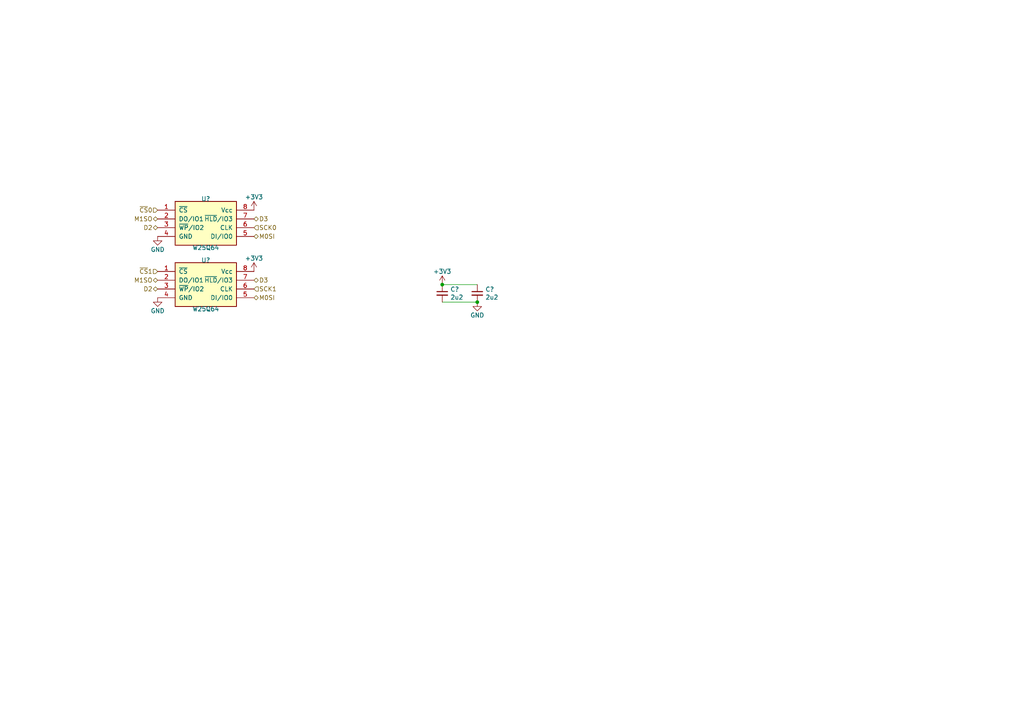
<source format=kicad_sch>
(kicad_sch (version 20211123) (generator eeschema)
  (paper "A4")
  (title_block (title "NuBus-ESP32") (date "2022-05-04") (rev "0.2") (company "Garrett's Workshop"))
  (lib_symbols
    (symbol "Device:C_Small" (pin_numbers hide) (pin_names (offset 0.254) hide)
      (property "Reference" "C" (at 0.254 1.778 0))
      (property "Value" "C_Small" (at 0.254 -2.032 0))
      (symbol "C_Small_0_1"
        (polyline (pts (xy -1.524 -0.508) (xy 1.524 -0.508)) (stroke (width 0.3302)))
        (polyline (pts (xy -1.524 0.508) (xy 1.524 0.508)) (stroke (width 0.3048)))
      )
      (symbol "C_Small_1_1"
        (pin passive line (at 0 2.54 270) (length 2.032) (name "~") (number "1"))
        (pin passive line (at 0 -2.54 90) (length 2.032) (name "~") (number "2"))
      )
    )
    (symbol "GW_RAM:SPIFlash-SO-8" (pin_names (offset 1.016))
      (property "Reference" "U" (at 0 8.89 0))
      (property "Value" "SPIFlash-SO-8" (at 0 -6.35 0))
      (symbol "SPIFlash-SO-8_0_1"
        (rectangle (start -8.89 7.62) (end 8.89 -5.08) (stroke (width 0.254)) (fill (type background)))
      )
      (symbol "SPIFlash-SO-8_1_1"
        (pin input line (at -13.97 5.08 0) (length 5.08) (name "~{CS}") (number "1"))
        (pin bidirectional line (at -13.97 2.54 0) (length 5.08) (name "DO/IO1") (number "2"))
        (pin bidirectional line (at -13.97 0 0) (length 5.08) (name "~{WP}/IO2") (number "3"))
        (pin power_in line (at -13.97 -2.54 0) (length 5.08) (name "GND") (number "4"))
        (pin bidirectional line (at 13.97 -2.54 180) (length 5.08) (name "DI/IO0") (number "5"))
        (pin input line (at 13.97 0 180) (length 5.08) (name "CLK") (number "6"))
        (pin bidirectional line (at 13.97 2.54 180) (length 5.08) (name "~{HLD}/IO3") (number "7"))
        (pin power_in line (at 13.97 5.08 180) (length 5.08) (name "Vcc") (number "8"))
      )
    )
    (symbol "power:+3V3" (power) (pin_names (offset 0))
      (property "Value" "+3V3" (at 0 3.556 0))
      (symbol "+3V3_0_1"
        (polyline (pts (xy -0.762 1.27) (xy 0 2.54)))
        (polyline (pts (xy 0 0) (xy 0 2.54)))
        (polyline (pts (xy 0 2.54) (xy 0.762 1.27)))
      )
      (symbol "+3V3_1_1"
        (pin power_in line (at 0 0 90) (length 0) hide (name "+3V3") (number "1"))
      )
    )
    (symbol "power:GND" (power) (pin_names (offset 0))
      (property "Value" "GND" (at 0 -3.81 0))
      (symbol "GND_0_1"
        (polyline (pts (xy 0 0) (xy 0 -1.27) (xy 1.27 -1.27) (xy 0 -2.54) (xy -1.27 -1.27) (xy 0 -1.27)))
      )
      (symbol "GND_1_1"
        (pin power_in line (at 0 0 270) (length 0) hide (name "GND") (number "1"))
      )
    )
  )
  (junction (at 128.27 82.55))
  (junction (at 138.43 87.63))
  (wire (pts (xy 128.27 87.63) (xy 138.43 87.63)))
  (wire (pts (xy 128.27 82.55) (xy 138.43 82.55)))
  (hierarchical_label "M1SO" (shape bidirectional) (at 45.72 81.28 180))
  (hierarchical_label "M1SO" (shape bidirectional) (at 45.72 63.5 180))
  (hierarchical_label "D3" (shape bidirectional) (at 73.66 63.5 0))
  (hierarchical_label "~{CS}0" (shape input) (at 45.72 60.96 180))
  (hierarchical_label "SCK1" (shape input) (at 73.66 83.82 0))
  (hierarchical_label "D2" (shape bidirectional) (at 45.72 66.04 180))
  (hierarchical_label "D2" (shape bidirectional) (at 45.72 83.82 180))
  (hierarchical_label "M0SI" (shape bidirectional) (at 73.66 86.36 0))
  (hierarchical_label "~{CS}1" (shape input) (at 45.72 78.74 180))
  (hierarchical_label "D3" (shape bidirectional) (at 73.66 81.28 0))
  (hierarchical_label "M0SI" (shape bidirectional) (at 73.66 68.58 0))
  (hierarchical_label "SCK0" (shape input) (at 73.66 66.04 0))
  (symbol (lib_id "power:+3V3") (at 73.66 78.74 0) (unit 1)
    (property "Reference" "#PWR?" (effects hide))
    (property "Value" "+3V3" (at 73.66 74.93 0))
  )
  (symbol (lib_id "GW_RAM:SPIFlash-SO-8") (at 59.69 83.82 0) (unit 1)
    (property "Reference" "U?" (at 59.69 76.2 0) (effects (justify bottom)))
    (property "Value" "W25Q64" (at 59.69 88.9 0) (effects (justify top)))
    (property "Footprint" "stdpads:stdpads:SOIC-8_5.3mm" (effects hide))
  )
  (symbol (lib_id "GW_RAM:SPIFlash-SO-8") (at 59.69 66.04 0) (unit 1)
    (property "Reference" "U?" (at 59.69 58.42 0) (effects (justify bottom)))
    (property "Value" "W25Q64" (at 59.69 71.12 0) (effects (justify top)))
    (property "Footprint" "stdpads:stdpads:SOIC-8_5.3mm" (effects hide))
  )
  (symbol (lib_id "power:GND") (at 45.72 68.58 0) (unit 1)
    (property "Reference" "#PWR?" (effects hide))
    (property "Value" "GND" (at 45.72 72.39 0))
  )
  (symbol (lib_id "Device:C_Small") (at 138.43 85.09 0) (mirror y) (unit 1)
    (property "Reference" "C?" (at 140.7668 83.9216 0) (effects (justify right)))
    (property "Value" "2u2" (at 140.7668 86.233 0) (effects (justify right)))
    (property "Footprint" "stdpads:C_0603" (effects hide))
    (property "LCSC Part" "C15850" (effects hide))
  )
  (symbol (lib_id "power:+3V3") (at 73.66 60.96 0) (unit 1)
    (property "Reference" "#PWR?" (effects hide))
    (property "Value" "+3V3" (at 73.66 57.15 0))
  )
  (symbol (lib_id "power:GND") (at 138.43 87.63 0) (unit 1)
    (property "Reference" "#PWR?" (effects hide))
    (property "Value" "GND" (at 138.43 91.44 0))
  )
  (symbol (lib_id "power:GND") (at 45.72 86.36 0) (unit 1)
    (property "Reference" "#PWR?" (effects hide))
    (property "Value" "GND" (at 45.72 90.17 0))
  )
  (symbol (lib_id "power:+3V3") (at 128.27 82.55 0) (mirror y) (unit 1)
    (property "Reference" "#PWR?" (effects hide))
    (property "Value" "+3V3" (at 128.27 78.74 0))
  )
  (symbol (lib_id "Device:C_Small") (at 128.27 85.09 0) (mirror y) (unit 1)
    (property "Reference" "C?" (at 130.6068 83.9216 0) (effects (justify right)))
    (property "Value" "2u2" (at 130.6068 86.233 0) (effects (justify right)))
    (property "Footprint" "stdpads:C_0603" (effects hide))
    (property "LCSC Part" "C15850" (effects hide))
  )
)
</source>
